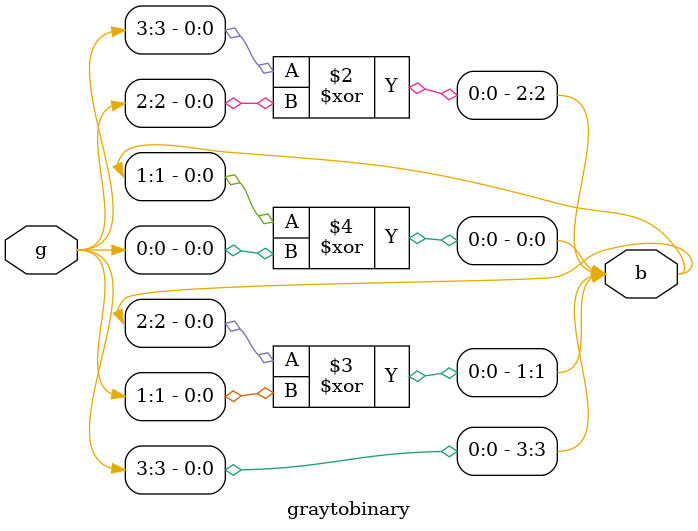
<source format=v>
module graytobinary(
    input [3:0] g,
    output reg [3:0] b
);
    always @(*) begin
        b[3] = g[3];
        b[2] = b[3] ^ g[2];
        b[1] = b[2] ^ g[1];
        b[0] = b[1] ^ g[0];
    end
endmodule

</source>
